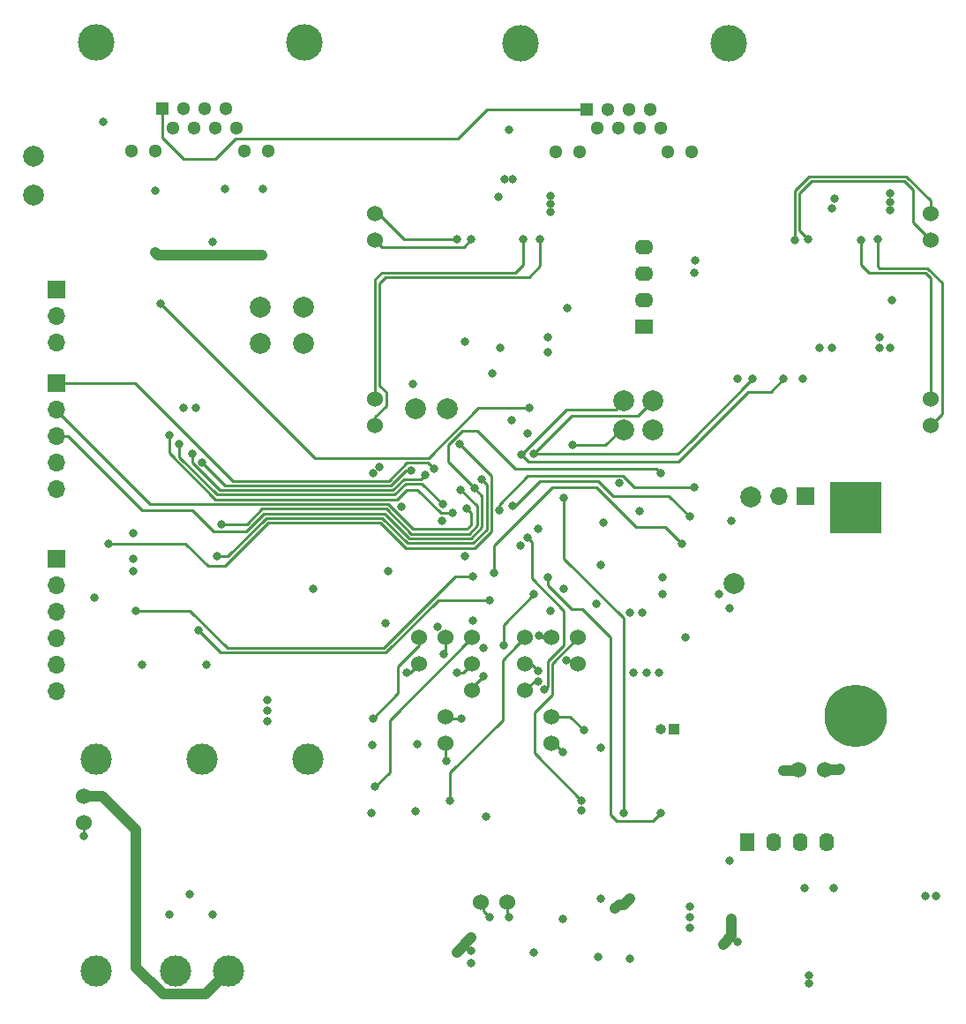
<source format=gbl>
%TF.GenerationSoftware,KiCad,Pcbnew,5.1.7-a382d34a8~88~ubuntu20.04.1*%
%TF.CreationDate,2021-05-21T21:27:29+02:00*%
%TF.ProjectId,Shield_Nucleo,53686965-6c64-45f4-9e75-636c656f2e6b,rev?*%
%TF.SameCoordinates,Original*%
%TF.FileFunction,Copper,L4,Bot*%
%TF.FilePolarity,Positive*%
%FSLAX46Y46*%
G04 Gerber Fmt 4.6, Leading zero omitted, Abs format (unit mm)*
G04 Created by KiCad (PCBNEW 5.1.7-a382d34a8~88~ubuntu20.04.1) date 2021-05-21 21:27:29*
%MOMM*%
%LPD*%
G01*
G04 APERTURE LIST*
%TA.AperFunction,ComponentPad*%
%ADD10O,1.700000X1.700000*%
%TD*%
%TA.AperFunction,ComponentPad*%
%ADD11R,1.700000X1.700000*%
%TD*%
%TA.AperFunction,ComponentPad*%
%ADD12R,1.800000X1.400000*%
%TD*%
%TA.AperFunction,ComponentPad*%
%ADD13O,1.800000X1.400000*%
%TD*%
%TA.AperFunction,ComponentPad*%
%ADD14R,1.400000X1.800000*%
%TD*%
%TA.AperFunction,ComponentPad*%
%ADD15O,1.400000X1.800000*%
%TD*%
%TA.AperFunction,ComponentPad*%
%ADD16C,2.000000*%
%TD*%
%TA.AperFunction,SMDPad,CuDef*%
%ADD17C,1.524000*%
%TD*%
%TA.AperFunction,ComponentPad*%
%ADD18O,1.000000X1.000000*%
%TD*%
%TA.AperFunction,ComponentPad*%
%ADD19R,1.000000X1.000000*%
%TD*%
%TA.AperFunction,ComponentPad*%
%ADD20C,1.300000*%
%TD*%
%TA.AperFunction,ComponentPad*%
%ADD21C,3.500000*%
%TD*%
%TA.AperFunction,ComponentPad*%
%ADD22R,1.300000X1.300000*%
%TD*%
%TA.AperFunction,ComponentPad*%
%ADD23C,3.000000*%
%TD*%
%TA.AperFunction,ComponentPad*%
%ADD24C,6.000000*%
%TD*%
%TA.AperFunction,ComponentPad*%
%ADD25R,5.000000X5.000000*%
%TD*%
%TA.AperFunction,ViaPad*%
%ADD26C,0.800000*%
%TD*%
%TA.AperFunction,Conductor*%
%ADD27C,0.250000*%
%TD*%
%TA.AperFunction,Conductor*%
%ADD28C,1.000000*%
%TD*%
G04 APERTURE END LIST*
D10*
%TO.P,J5,5*%
%TO.N,GNDD*%
X45800000Y-76960000D03*
%TO.P,J5,4*%
%TO.N,/SPI3_CS2*%
X45800000Y-74420000D03*
%TO.P,J5,3*%
%TO.N,/SPI3_SCK*%
X45800000Y-71880000D03*
%TO.P,J5,2*%
%TO.N,/SPI3_MOSI*%
X45800000Y-69340000D03*
D11*
%TO.P,J5,1*%
%TO.N,/SPI3_MISO*%
X45800000Y-66800000D03*
%TD*%
D10*
%TO.P,J4,3*%
%TO.N,/USART1_RX*%
X45800000Y-62880000D03*
%TO.P,J4,2*%
%TO.N,/USART1_TX*%
X45800000Y-60340000D03*
D11*
%TO.P,J4,1*%
%TO.N,GNDD*%
X45800000Y-57800000D03*
%TD*%
D12*
%TO.P,U9,1*%
%TO.N,GNDD*%
X102200000Y-61400000D03*
D13*
%TO.P,U9,2*%
%TO.N,+5VD*%
X102200000Y-58860000D03*
%TO.P,U9,3*%
%TO.N,GNDREF*%
X102200000Y-56320000D03*
%TO.P,U9,4*%
%TO.N,+12V*%
X102200000Y-53780000D03*
%TD*%
D14*
%TO.P,U8,1*%
%TO.N,GNDD*%
X112120000Y-110800000D03*
D15*
%TO.P,U8,2*%
%TO.N,+5VD*%
X114660000Y-110800000D03*
%TO.P,U8,3*%
%TO.N,/N*%
X117200000Y-110800000D03*
%TO.P,U8,4*%
%TO.N,+5V*%
X119740000Y-110800000D03*
%TD*%
D16*
%TO.P,TP33,1*%
%TO.N,/GND_CAN*%
X43590000Y-45000000D03*
%TD*%
%TO.P,TP32,1*%
%TO.N,/V_BUS_CAN*%
X43590000Y-48750000D03*
%TD*%
%TO.P,TP15,1*%
%TO.N,/CAN1_STB*%
X69500000Y-59500000D03*
%TD*%
%TO.P,TP14,1*%
%TO.N,/FDCAN1_RX*%
X65400000Y-63000000D03*
%TD*%
%TO.P,TP13,1*%
%TO.N,/FDCAN1_TX*%
X65400000Y-59500000D03*
%TD*%
%TO.P,TP12,1*%
%TO.N,GNDD*%
X103000000Y-71250000D03*
%TD*%
%TO.P,TP8,1*%
%TO.N,/VREF2048*%
X100250000Y-71250000D03*
%TD*%
%TO.P,TP7,1*%
%TO.N,/HRTIM1_CHB2*%
X100250000Y-68500000D03*
%TD*%
%TO.P,TP6,1*%
%TO.N,/HRTIM1_CHB1*%
X103000000Y-68500000D03*
%TD*%
%TO.P,TP5,1*%
%TO.N,/HRTIM1_CHA2*%
X83300000Y-69250000D03*
%TD*%
%TO.P,TP4,1*%
%TO.N,/HRTIM1_CHA1*%
X80250000Y-69250000D03*
%TD*%
%TO.P,TP3,1*%
%TO.N,+BATT*%
X112400000Y-77700000D03*
%TD*%
%TO.P,TP2,1*%
%TO.N,+3V3*%
X110800000Y-86000000D03*
%TD*%
%TO.P,TP1,1*%
%TO.N,GNDD*%
X69500000Y-63000000D03*
%TD*%
D17*
%TO.P,J7,11*%
%TO.N,/VI_high*%
X48420000Y-106420000D03*
%TO.P,J7,3*%
%TO.N,/PWM_L1*%
X76360000Y-68320000D03*
%TO.P,J7,1*%
%TO.N,/PWM_H1*%
X76360000Y-50540000D03*
%TO.P,J7,9*%
%TO.N,/Neutral_GND_cmd*%
X86520000Y-116580000D03*
%TO.P,J7,10*%
%TO.N,GNDREF*%
X89060000Y-116580000D03*
%TO.P,J7,12*%
X48420000Y-108960000D03*
%TO.P,J7,31*%
%TO.N,+5V*%
X119540000Y-103880000D03*
%TO.P,J7,32*%
%TO.N,/N*%
X117000000Y-103880000D03*
%TO.P,J7,2*%
%TO.N,/SW_Node1*%
X76360000Y-53080000D03*
%TO.P,J7,4*%
%TO.N,GNDREF*%
X76360000Y-70860000D03*
%TO.P,J7,8*%
X129700000Y-70860000D03*
%TO.P,J7,7*%
%TO.N,/PWM_L2*%
X129700000Y-68320000D03*
%TO.P,J7,6*%
%TO.N,/SW_Node2*%
X129700000Y-53080000D03*
%TO.P,J7,5*%
%TO.N,/PWM_H2*%
X129700000Y-50540000D03*
%TO.P,J7,14*%
%TO.N,GNDD*%
X83180000Y-101340000D03*
%TO.P,J7,13*%
%TO.N,/V1_low_op*%
X83180000Y-98800000D03*
%TO.P,J7,18*%
%TO.N,GNDD*%
X93340000Y-101340000D03*
%TO.P,J7,17*%
%TO.N,/V_high_op*%
X93340000Y-98800000D03*
%TO.P,J7,29*%
%TO.N,/VREF1024*%
X85720000Y-96260000D03*
%TO.P,J7,27*%
%TO.N,+5VD*%
X90800000Y-96260000D03*
%TO.P,J7,16*%
%TO.N,GNDD*%
X80640000Y-93720000D03*
%TO.P,J7,30*%
X85720000Y-93720000D03*
%TO.P,J7,28*%
X90800000Y-93720000D03*
%TO.P,J7,24*%
X95880000Y-93720000D03*
%TO.P,J7,15*%
%TO.N,/V2_low_op*%
X80640000Y-91180000D03*
%TO.P,J7,20*%
%TO.N,GNDD*%
X83180000Y-91180000D03*
%TO.P,J7,19*%
%TO.N,/I1_low_op*%
X85720000Y-91180000D03*
%TO.P,J7,21*%
%TO.N,/I2_low_op*%
X90800000Y-91180000D03*
%TO.P,J7,22*%
%TO.N,GNDD*%
X93340000Y-91180000D03*
%TO.P,J7,23*%
%TO.N,/I_high_op*%
X95880000Y-91180000D03*
%TD*%
D18*
%TO.P,TH1,2*%
%TO.N,GNDD*%
X103830000Y-100000000D03*
D19*
%TO.P,TH1,1*%
%TO.N,/Temp*%
X105100000Y-100000000D03*
%TD*%
D20*
%TO.P,J3,8*%
%TO.N,Net-(J3-Pad8)*%
X103812000Y-42330000D03*
D21*
%TO.P,J3,SH*%
%TO.N,GNDD*%
X110289000Y-34200000D03*
X90350000Y-34200000D03*
D20*
%TO.P,J3,12*%
%TO.N,+3V3*%
X106796500Y-44614000D03*
%TO.P,J3,10*%
%TO.N,/PWR_CAN2*%
X96001500Y-44614000D03*
%TO.P,J3,5*%
X100764000Y-40550000D03*
D22*
%TO.P,J3,1*%
%TO.N,/CAN_H*%
X96700000Y-40550000D03*
D20*
%TO.P,J3,7*%
%TO.N,/GND_CAN*%
X102796000Y-40550000D03*
%TO.P,J3,9*%
%TO.N,Net-(J3-Pad9)*%
X93715500Y-44614000D03*
%TO.P,J3,3*%
%TO.N,/GND_CAN*%
X98732000Y-40550000D03*
%TO.P,J3,11*%
%TO.N,Net-(J3-Pad11)*%
X104510500Y-44614000D03*
%TO.P,J3,2*%
%TO.N,/CAN_L*%
X97716000Y-42330000D03*
%TO.P,J3,4*%
%TO.N,/PWR_CAN2*%
X99748000Y-42330000D03*
%TO.P,J3,6*%
%TO.N,Net-(J3-Pad6)*%
X101780000Y-42330000D03*
%TD*%
%TO.P,J2,8*%
%TO.N,Net-(J2-Pad8)*%
X63112000Y-42280000D03*
D21*
%TO.P,J2,SH*%
%TO.N,GNDD*%
X69589000Y-34150000D03*
X49650000Y-34150000D03*
D20*
%TO.P,J2,12*%
%TO.N,+3V3*%
X66096500Y-44564000D03*
%TO.P,J2,10*%
%TO.N,/PWR_CAN1*%
X55301500Y-44564000D03*
%TO.P,J2,5*%
X60064000Y-40500000D03*
D22*
%TO.P,J2,1*%
%TO.N,/CAN_H*%
X56000000Y-40500000D03*
D20*
%TO.P,J2,7*%
%TO.N,/GND_CAN*%
X62096000Y-40500000D03*
%TO.P,J2,9*%
%TO.N,Net-(J2-Pad9)*%
X53015500Y-44564000D03*
%TO.P,J2,3*%
%TO.N,/GND_CAN*%
X58032000Y-40500000D03*
%TO.P,J2,11*%
%TO.N,Net-(J2-Pad11)*%
X63810500Y-44564000D03*
%TO.P,J2,2*%
%TO.N,/CAN_L*%
X57016000Y-42280000D03*
%TO.P,J2,4*%
%TO.N,/PWR_CAN1*%
X59048000Y-42280000D03*
%TO.P,J2,6*%
%TO.N,Net-(J2-Pad6)*%
X61080000Y-42280000D03*
%TD*%
D10*
%TO.P,SWD1,6*%
%TO.N,/SWO*%
X45800000Y-96300000D03*
%TO.P,SWD1,5*%
%TO.N,/NRST*%
X45800000Y-93760000D03*
%TO.P,SWD1,4*%
%TO.N,/SWDIO*%
X45800000Y-91220000D03*
%TO.P,SWD1,3*%
%TO.N,GNDD*%
X45800000Y-88680000D03*
%TO.P,SWD1,2*%
%TO.N,/SWCLK*%
X45800000Y-86140000D03*
D11*
%TO.P,SWD1,1*%
%TO.N,+3V3*%
X45800000Y-83600000D03*
%TD*%
D23*
%TO.P,PS4,5*%
%TO.N,N/C*%
X59800000Y-102900000D03*
%TO.P,PS4,1*%
X49640000Y-123220000D03*
%TO.P,PS4,4*%
%TO.N,+5VD*%
X69960000Y-102900000D03*
%TO.P,PS4,6*%
%TO.N,GNDD*%
X49640000Y-102900000D03*
%TO.P,PS4,3*%
%TO.N,/VI_high*%
X62340000Y-123220000D03*
%TO.P,PS4,2*%
%TO.N,GNDREF*%
X57260000Y-123220000D03*
%TD*%
D24*
%TO.P,BT1,2*%
%TO.N,GNDD*%
X122505000Y-98749000D03*
D25*
%TO.P,BT1,1*%
%TO.N,Net-(BT1-Pad1)*%
X122505000Y-78749000D03*
%TD*%
D10*
%TO.P,JP2,2*%
%TO.N,+BATT*%
X115165000Y-77649000D03*
D11*
%TO.P,JP2,1*%
%TO.N,Net-(BT1-Pad1)*%
X117705000Y-77649000D03*
%TD*%
D26*
%TO.N,+BATT*%
X85000000Y-83387240D03*
%TO.N,GNDD*%
X125800000Y-63400000D03*
X90300000Y-82400000D03*
X94500000Y-86500000D03*
X91000000Y-71600000D03*
X80400000Y-101400000D03*
X76100000Y-101500000D03*
X76000000Y-108000000D03*
X80262662Y-107837342D03*
X98000004Y-84200000D03*
X58000000Y-69200006D03*
X49400000Y-87400000D03*
X54000000Y-93800000D03*
X60200000Y-93800000D03*
X93000000Y-63800000D03*
X87000000Y-108400000D03*
X120200000Y-63400000D03*
X76800000Y-74800000D03*
X101800000Y-79100000D03*
X82800000Y-80003814D03*
X66000000Y-97200000D03*
X66000000Y-99200000D03*
X66000000Y-98200000D03*
X83200000Y-103000000D03*
X84200000Y-94600000D03*
X83000000Y-92800000D03*
X79400000Y-94600000D03*
X86800000Y-92200000D03*
X94725010Y-93399982D03*
X92146948Y-90977957D03*
X53200000Y-83600000D03*
X53200000Y-84800000D03*
X88400000Y-63400000D03*
X117400000Y-66400000D03*
X111200000Y-66400000D03*
X94400000Y-102200000D03*
X93200000Y-88600000D03*
X110600000Y-80000000D03*
X104000000Y-87000000D03*
X102000000Y-88800000D03*
X100800000Y-88800000D03*
X104000000Y-85400000D03*
X92000004Y-94400000D03*
X98000000Y-101800000D03*
X96200000Y-107800000D03*
X117600000Y-115200000D03*
X120400000Y-115200000D03*
X124800000Y-63400000D03*
X124800000Y-62400000D03*
X93000000Y-62400000D03*
X129200000Y-116000000D03*
X130200000Y-116000000D03*
X77600000Y-84800000D03*
X70400000Y-86500000D03*
X76200000Y-75424891D03*
X82400000Y-90200006D03*
X77400002Y-89800000D03*
X60749998Y-53250000D03*
X80000000Y-66900000D03*
X87600000Y-65900000D03*
X97587340Y-87987340D03*
X110400000Y-112600000D03*
%TO.N,/HRTIM1_CHB2*%
X90433989Y-73638325D03*
X115600000Y-66399994D03*
%TO.N,/HRTIM1_CHB1*%
X91600000Y-73600000D03*
X112600000Y-66400000D03*
%TO.N,/N_GND*%
X100200000Y-108050020D03*
X94524990Y-77800000D03*
%TO.N,/SPI3_MOSI*%
X107000000Y-76800000D03*
X88275043Y-79000000D03*
X85200000Y-78800000D03*
%TO.N,/CAN1_STB*%
X92000000Y-80800000D03*
X91200000Y-69200000D03*
X55800000Y-59200000D03*
%TO.N,/FDCAN1_RX*%
X82854689Y-78429370D03*
X57600000Y-72600000D03*
%TO.N,/USART1_TX*%
X58800000Y-73600000D03*
X81176906Y-75613724D03*
%TO.N,/SPI3_MISO*%
X82000000Y-75000000D03*
X106600000Y-79600000D03*
X89600000Y-78600000D03*
%TO.N,/FDCAN1_TX*%
X83792824Y-79278804D03*
X56612660Y-71787340D03*
%TO.N,/SPI3_SCK*%
X103800000Y-75400000D03*
X85952781Y-76894438D03*
%TO.N,+3V3*%
X98300000Y-80200000D03*
X59185905Y-69167382D03*
X89528249Y-70328249D03*
X99800000Y-76400000D03*
X53200000Y-81200000D03*
X110400000Y-88400000D03*
X109400000Y-87000000D03*
X106200000Y-91200000D03*
X78886897Y-78625167D03*
X85800000Y-89600008D03*
%TO.N,Net-(D1-Pad1)*%
X65500006Y-54500008D03*
X55250000Y-54250000D03*
%TO.N,/GND_CAN*%
X89200000Y-42499990D03*
X50250000Y-41750000D03*
X62000000Y-48200000D03*
%TO.N,/PWR_CAN1*%
X55301500Y-48298500D03*
%TO.N,/PWR_CAN2*%
X65600000Y-48200000D03*
%TO.N,/SPI3_CS*%
X105800000Y-82200000D03*
X87800000Y-85000000D03*
%TO.N,/USART1_RX*%
X59800000Y-74400000D03*
X79867136Y-75175021D03*
%TO.N,/N*%
X115600000Y-104000000D03*
%TO.N,+5VD*%
X101200000Y-94600000D03*
X102400000Y-94600000D03*
X103600000Y-94600000D03*
X94800000Y-59600000D03*
X119000000Y-63400000D03*
X92000054Y-95400011D03*
X126000000Y-58800000D03*
X85000000Y-62800000D03*
%TO.N,+12V*%
X94400000Y-118200000D03*
X106600000Y-118000000D03*
X106600000Y-117000000D03*
X106600000Y-119000000D03*
X88800000Y-47200000D03*
X89600000Y-47200000D03*
X88250000Y-48950000D03*
X120500000Y-49100000D03*
X120199996Y-49999993D03*
X97800000Y-121799982D03*
X100800000Y-122000006D03*
%TO.N,GNDREF*%
X93200000Y-48800000D03*
X93200000Y-50400000D03*
X93200000Y-49600000D03*
X125800000Y-49400000D03*
X125800000Y-50200000D03*
X91600000Y-121400000D03*
X85600000Y-121200000D03*
X85600000Y-120000000D03*
X85600000Y-122400000D03*
X100800000Y-116200000D03*
X98000000Y-116200000D03*
X92230000Y-53000000D03*
X125800000Y-48600000D03*
X124660000Y-53000000D03*
X48400000Y-110200000D03*
X89200000Y-118000000D03*
X111199990Y-120399918D03*
X109800030Y-120599970D03*
X107099989Y-55000008D03*
X106999996Y-56200000D03*
%TO.N,/SW_Node1*%
X85600000Y-53000000D03*
%TO.N,/SW_Node2*%
X117905000Y-53000000D03*
%TO.N,/Neutral_GND_cmd*%
X87400000Y-118000000D03*
%TO.N,/PWM_H1*%
X84200000Y-53000000D03*
%TO.N,/PWM_L1*%
X90555000Y-53000000D03*
%TO.N,/PWM_H2*%
X116635000Y-53035000D03*
%TO.N,/PWM_L2*%
X123029506Y-53033300D03*
%TO.N,/I1_low_op*%
X76400000Y-105500000D03*
%TO.N,/V1_low_op*%
X84700000Y-99000000D03*
%TO.N,/I2_low_op*%
X83600000Y-106800000D03*
%TO.N,/V2_low_op*%
X76200000Y-99000000D03*
%TO.N,/I_high_op*%
X96200000Y-106800000D03*
%TO.N,/V_high_op*%
X96400000Y-100100000D03*
%TO.N,/STLINK_TX*%
X87400000Y-87600000D03*
X59400000Y-90525010D03*
%TO.N,/STLINK_RX*%
X85800000Y-85300000D03*
X53400000Y-88600000D03*
%TO.N,/SWO*%
X61636015Y-80325010D03*
X84600000Y-77000000D03*
%TO.N,/SWCLK*%
X61200000Y-83400000D03*
X86600000Y-76000000D03*
%TO.N,/SWDIO*%
X50800000Y-82200000D03*
X84532515Y-72629215D03*
%TO.N,+5V*%
X121000000Y-103800000D03*
%TO.N,/Temp_mcu*%
X93000000Y-85400000D03*
X103800000Y-108000000D03*
%TO.N,/VREF1024*%
X86800000Y-94900000D03*
%TO.N,/DAC2*%
X88700000Y-91900000D03*
X91634627Y-87014570D03*
%TO.N,/VREF2048*%
X91000000Y-81600000D03*
X92600032Y-96200043D03*
X95350005Y-72750006D03*
%TO.N,/+12VD*%
X60800000Y-117800000D03*
X58600000Y-115800000D03*
X56600000Y-117800000D03*
X118000000Y-124400000D03*
X118000000Y-123600000D03*
%TD*%
D27*
%TO.N,GNDD*%
X83180000Y-102980000D02*
X83200000Y-103000000D01*
X83180000Y-101340000D02*
X83180000Y-102980000D01*
X85720000Y-93720000D02*
X84840000Y-94600000D01*
X84840000Y-94600000D02*
X84200000Y-94600000D01*
X83180000Y-92620000D02*
X83000000Y-92800000D01*
X83180000Y-91180000D02*
X83180000Y-92620000D01*
X80640000Y-93720000D02*
X79760000Y-94600000D01*
X79760000Y-94600000D02*
X79400000Y-94600000D01*
X95880000Y-93720000D02*
X95559982Y-93399982D01*
X95559982Y-93399982D02*
X94725010Y-93399982D01*
X93340000Y-91180000D02*
X92348991Y-91180000D01*
X92348991Y-91180000D02*
X92146948Y-90977957D01*
X93540000Y-101340000D02*
X94400000Y-102200000D01*
X93340000Y-101340000D02*
X93540000Y-101340000D01*
X90800000Y-93720000D02*
X91320004Y-93720000D01*
X91320004Y-93720000D02*
X92000004Y-94400000D01*
%TO.N,/HRTIM1_CHB2*%
X114399994Y-67600000D02*
X115600000Y-66399994D01*
X105474999Y-74325001D02*
X112200000Y-67600000D01*
X112200000Y-67600000D02*
X114399994Y-67600000D01*
X91120665Y-74325001D02*
X105474999Y-74325001D01*
X90433989Y-73638325D02*
X91120665Y-74325001D01*
X94772314Y-69300000D02*
X99450000Y-69300000D01*
X99450000Y-69300000D02*
X100250000Y-68500000D01*
X90433989Y-73638325D02*
X94772314Y-69300000D01*
%TO.N,/HRTIM1_CHB1*%
X112200001Y-66799999D02*
X112600000Y-66400000D01*
X94877007Y-73600004D02*
X95573009Y-73600004D01*
X91600000Y-73600000D02*
X94877003Y-73600000D01*
X94877003Y-73600000D02*
X94877007Y-73600004D01*
X95573011Y-73600002D02*
X105399998Y-73600002D01*
X95573009Y-73600004D02*
X95573011Y-73600002D01*
X105399998Y-73600002D02*
X106650000Y-72350000D01*
X106650000Y-72350000D02*
X112200001Y-66799999D01*
X101575001Y-69924999D02*
X103000000Y-68500000D01*
X95275001Y-69924999D02*
X101575001Y-69924999D01*
X91600000Y-73600000D02*
X95275001Y-69924999D01*
%TO.N,/N_GND*%
X94524990Y-83597992D02*
X94524990Y-77800000D01*
X100200000Y-89273002D02*
X94524990Y-83597992D01*
X100200000Y-108050020D02*
X100200000Y-89273002D01*
%TO.N,/SPI3_MOSI*%
X100148001Y-75674999D02*
X91034359Y-75674999D01*
X107000000Y-76800000D02*
X101273002Y-76800000D01*
X101273002Y-76800000D02*
X100148001Y-75674999D01*
X91034359Y-75674999D02*
X88275043Y-78434315D01*
X88275043Y-78434315D02*
X88275043Y-79000000D01*
X85599999Y-79199999D02*
X85200000Y-78800000D01*
X85599999Y-80400001D02*
X85599999Y-79199999D01*
X85200000Y-80800000D02*
X85599999Y-80400001D01*
X80036410Y-80800000D02*
X85200000Y-80800000D01*
X77636366Y-78399956D02*
X80036410Y-80800000D01*
X54759956Y-78399956D02*
X77636366Y-78399956D01*
X45700000Y-69340000D02*
X54759956Y-78399956D01*
%TO.N,/CAN1_STB*%
X70600000Y-74000000D02*
X56199999Y-59599999D01*
X81500000Y-74000000D02*
X70600000Y-74000000D01*
X86300000Y-69200000D02*
X81500000Y-74000000D01*
X91200000Y-69200000D02*
X86300000Y-69200000D01*
X56199999Y-59599999D02*
X55800000Y-59200000D01*
%TO.N,/FDCAN1_RX*%
X57600000Y-73863170D02*
X57600000Y-72600000D01*
X61236764Y-77499934D02*
X57600000Y-73863170D01*
X82854689Y-78429370D02*
X80875330Y-76450011D01*
X79313579Y-76450011D02*
X78263656Y-77499934D01*
X80875330Y-76450011D02*
X79313579Y-76450011D01*
X78263656Y-77499934D02*
X61236764Y-77499934D01*
%TO.N,/USART1_TX*%
X79127179Y-76000000D02*
X80790630Y-76000000D01*
X78077256Y-77049923D02*
X79127179Y-76000000D01*
X61423164Y-77049923D02*
X78077256Y-77049923D01*
X58800000Y-74426759D02*
X61423164Y-77049923D01*
X58800000Y-73600000D02*
X58800000Y-74426759D01*
X80790630Y-76000000D02*
X81176906Y-75613724D01*
%TO.N,/SPI3_MISO*%
X89800000Y-78600000D02*
X89600000Y-78600000D01*
X92200000Y-76200000D02*
X89800000Y-78600000D01*
X97800000Y-76200000D02*
X92200000Y-76200000D01*
X99200000Y-77600000D02*
X97800000Y-76200000D01*
X104600000Y-77600000D02*
X99200000Y-77600000D01*
X106600000Y-79600000D02*
X104600000Y-77600000D01*
X53363589Y-66800000D02*
X45700000Y-66800000D01*
X62713490Y-76149901D02*
X53363589Y-66800000D01*
X79386399Y-74450011D02*
X77686509Y-76149901D01*
X81450011Y-74450011D02*
X79386399Y-74450011D01*
X77686509Y-76149901D02*
X62713490Y-76149901D01*
X82000000Y-75000000D02*
X81450011Y-74450011D01*
%TO.N,/FDCAN1_TX*%
X56612660Y-73512241D02*
X56612660Y-71787340D01*
X78450055Y-77949945D02*
X61050364Y-77949945D01*
X80400000Y-77000000D02*
X79400000Y-77000000D01*
X83792824Y-79278804D02*
X82678804Y-79278804D01*
X61050364Y-77949945D02*
X56612660Y-73512241D01*
X79400000Y-77000000D02*
X78450055Y-77949945D01*
X82678804Y-79278804D02*
X80400000Y-77000000D01*
%TO.N,/SPI3_SCK*%
X89800001Y-75000001D02*
X86200000Y-71400000D01*
X83400000Y-72736410D02*
X83400000Y-74341657D01*
X83400000Y-74341657D02*
X85952781Y-76894438D01*
X103800000Y-75400000D02*
X103400001Y-75000001D01*
X84736410Y-71400000D02*
X83400000Y-72736410D01*
X86200000Y-71400000D02*
X84736410Y-71400000D01*
X103400001Y-75000001D02*
X89800001Y-75000001D01*
X86650011Y-77591668D02*
X85952781Y-76894438D01*
X86650011Y-80622811D02*
X86650011Y-77591668D01*
X85572800Y-81700022D02*
X86650011Y-80622811D01*
X79663610Y-81700022D02*
X85572800Y-81700022D01*
X77263566Y-79299978D02*
X79663610Y-81700022D01*
X65727200Y-79299978D02*
X77263566Y-79299978D01*
X60850012Y-81050012D02*
X63977166Y-81050012D01*
X58800000Y-79000000D02*
X60850012Y-81050012D01*
X54000000Y-79000000D02*
X58800000Y-79000000D01*
X63977166Y-81050012D02*
X65727200Y-79299978D01*
X46880000Y-71880000D02*
X54000000Y-79000000D01*
X45700000Y-71880000D02*
X46880000Y-71880000D01*
D28*
%TO.N,Net-(D1-Pad1)*%
X65500006Y-54500008D02*
X55500008Y-54500008D01*
X55500008Y-54500008D02*
X55250000Y-54250000D01*
D27*
%TO.N,/CAN_H*%
X55940999Y-40559001D02*
X55940999Y-43259001D01*
X56000000Y-40500000D02*
X55940999Y-40559001D01*
X55940999Y-43259001D02*
X57981998Y-45300000D01*
X57981998Y-45300000D02*
X61000000Y-45300000D01*
X62944999Y-43355001D02*
X84344999Y-43355001D01*
X61000000Y-45300000D02*
X62944999Y-43355001D01*
X87150000Y-40550000D02*
X96700000Y-40550000D01*
X84344999Y-43355001D02*
X87150000Y-40550000D01*
%TO.N,/SPI3_CS*%
X104200000Y-80600000D02*
X105800000Y-82200000D01*
X101400000Y-80600000D02*
X104200000Y-80600000D01*
X98200000Y-77400000D02*
X101400000Y-80600000D01*
X98200000Y-77400000D02*
X97600000Y-76800000D01*
X97600000Y-76800000D02*
X93400000Y-76800000D01*
X93400000Y-76800000D02*
X87800000Y-82400000D01*
X87800000Y-82400000D02*
X87800000Y-85000000D01*
%TO.N,/USART1_RX*%
X77876560Y-76599912D02*
X79301451Y-75175021D01*
X61999912Y-76599912D02*
X77876560Y-76599912D01*
X59800000Y-74400000D02*
X61999912Y-76599912D01*
X79301451Y-75175021D02*
X79867136Y-75175021D01*
D28*
%TO.N,/N*%
X116880000Y-104000000D02*
X117000000Y-103880000D01*
X115600000Y-104000000D02*
X116880000Y-104000000D01*
D27*
%TO.N,+5VD*%
X91659989Y-95400011D02*
X92000054Y-95400011D01*
X90800000Y-96260000D02*
X91659989Y-95400011D01*
D28*
%TO.N,GNDREF*%
X85600000Y-120000000D02*
X84200000Y-121400000D01*
X100800000Y-116200000D02*
X100200000Y-116800000D01*
X100200000Y-116800000D02*
X99800000Y-116800000D01*
X99800000Y-116800000D02*
X99400000Y-117200000D01*
D27*
X76360000Y-70040000D02*
X76360000Y-70860000D01*
X77447001Y-68952999D02*
X76360000Y-70040000D01*
X76810010Y-67010010D02*
X77447001Y-67647001D01*
X76810010Y-57189990D02*
X76810010Y-67010010D01*
X91149990Y-56650010D02*
X77349990Y-56650010D01*
X92230000Y-55570000D02*
X91149990Y-56650010D01*
X77447001Y-67647001D02*
X77447001Y-68952999D01*
X77349990Y-56650010D02*
X76810010Y-57189990D01*
X92230000Y-53000000D02*
X92230000Y-55570000D01*
X124660000Y-53000000D02*
X124660000Y-55609990D01*
X130787001Y-69772999D02*
X129700000Y-70860000D01*
X130787001Y-57150591D02*
X130787001Y-69772999D01*
X129386401Y-55749991D02*
X130787001Y-57150591D01*
X124800000Y-55749990D02*
X129386401Y-55749991D01*
X124660000Y-55609990D02*
X124800000Y-55749990D01*
X48420000Y-108960000D02*
X48420000Y-109980000D01*
X48400000Y-110000000D02*
X48400000Y-110200000D01*
X48420000Y-109980000D02*
X48400000Y-110000000D01*
X89060000Y-117860000D02*
X89200000Y-118000000D01*
X89060000Y-116580000D02*
X89060000Y-117860000D01*
D28*
X110600000Y-118200000D02*
X110600000Y-119800000D01*
X110600000Y-119800000D02*
X109800030Y-120599970D01*
%TO.N,/VI_high*%
X60139999Y-125420001D02*
X62340000Y-123220000D01*
X56020001Y-125420001D02*
X60139999Y-125420001D01*
X53400000Y-109600000D02*
X53400000Y-122800000D01*
X53400000Y-122800000D02*
X56020001Y-125420001D01*
X50220000Y-106420000D02*
X53400000Y-109600000D01*
X48420000Y-106420000D02*
X50220000Y-106420000D01*
D27*
%TO.N,/SW_Node1*%
X77005001Y-53725001D02*
X76360000Y-53080000D01*
X84874999Y-53725001D02*
X77005001Y-53725001D01*
X85600000Y-53000000D02*
X84874999Y-53725001D01*
%TO.N,/SW_Node2*%
X127163590Y-47400000D02*
X128000000Y-48236410D01*
X118236410Y-47400000D02*
X127163590Y-47400000D01*
X117085010Y-48551400D02*
X118236410Y-47400000D01*
X128000000Y-51380000D02*
X129700000Y-53080000D01*
X128000000Y-48236410D02*
X128000000Y-51380000D01*
X117085010Y-52180010D02*
X117085010Y-48551400D01*
X117905000Y-53000000D02*
X117085010Y-52180010D01*
%TO.N,/Neutral_GND_cmd*%
X86800000Y-116860000D02*
X86800000Y-117400000D01*
X86800000Y-117400000D02*
X87400000Y-118000000D01*
X86520000Y-116580000D02*
X86800000Y-116860000D01*
%TO.N,/PWM_H1*%
X76740000Y-50540000D02*
X76360000Y-50540000D01*
X79200000Y-53000000D02*
X76740000Y-50540000D01*
X84200000Y-53000000D02*
X79200000Y-53000000D01*
%TO.N,/PWM_L1*%
X77000000Y-56200000D02*
X76360000Y-56840000D01*
X76360000Y-56840000D02*
X76360000Y-68320000D01*
X89800000Y-56200000D02*
X77000000Y-56200000D01*
X90555000Y-55445000D02*
X89800000Y-56200000D01*
X90555000Y-53045000D02*
X90555000Y-55445000D01*
%TO.N,/PWM_H2*%
X129700000Y-49300000D02*
X129700000Y-50540000D01*
X127349989Y-46949989D02*
X129700000Y-49300000D01*
X118050010Y-46949989D02*
X127349989Y-46949989D01*
X116634999Y-48365000D02*
X118050010Y-46949989D01*
X116635000Y-53035000D02*
X116634999Y-48365000D01*
%TO.N,/PWM_L2*%
X123029506Y-53033300D02*
X123029506Y-55429506D01*
X123029506Y-55429506D02*
X123800000Y-56200000D01*
X123800000Y-56200000D02*
X129200000Y-56200000D01*
X129700000Y-56700000D02*
X129700000Y-68320000D01*
X129200000Y-56200000D02*
X129700000Y-56700000D01*
%TO.N,/I1_low_op*%
X77800000Y-104100000D02*
X76400000Y-105500000D01*
X77800000Y-99100000D02*
X77800000Y-104100000D01*
X85720000Y-91180000D02*
X77800000Y-99100000D01*
%TO.N,/V1_low_op*%
X83380000Y-99000000D02*
X83180000Y-98800000D01*
X84700000Y-99000000D02*
X83380000Y-99000000D01*
%TO.N,/I2_low_op*%
X90038001Y-91941999D02*
X90800000Y-91180000D01*
X83600000Y-104150000D02*
X88600000Y-99150000D01*
X88600000Y-93380000D02*
X90038001Y-91941999D01*
X88600000Y-99150000D02*
X88600000Y-93380000D01*
X83600000Y-106800000D02*
X83600000Y-104150000D01*
%TO.N,/V2_low_op*%
X76200000Y-98950000D02*
X76200000Y-99000000D01*
X80640000Y-91960000D02*
X78600000Y-94000000D01*
X78600000Y-96550000D02*
X76200000Y-98950000D01*
X78600000Y-94000000D02*
X78600000Y-96550000D01*
X80640000Y-91180000D02*
X80640000Y-91960000D01*
%TO.N,/I_high_op*%
X93375013Y-96697991D02*
X93375013Y-93684987D01*
X96200000Y-106800000D02*
X91700000Y-102300000D01*
X91700000Y-98373004D02*
X93375013Y-96697991D01*
X91700000Y-102300000D02*
X91700000Y-98373004D01*
X93375013Y-93684987D02*
X95880000Y-91180000D01*
%TO.N,/V_high_op*%
X95100000Y-98800000D02*
X93340000Y-98800000D01*
X96400000Y-100100000D02*
X95100000Y-98800000D01*
%TO.N,/STLINK_TX*%
X87400000Y-87600000D02*
X82436410Y-87600000D01*
X61525001Y-92650011D02*
X59400000Y-90525010D01*
X82436410Y-87600000D02*
X77386400Y-92650011D01*
X77386400Y-92650011D02*
X61525001Y-92650011D01*
%TO.N,/STLINK_RX*%
X62200000Y-92200000D02*
X58600000Y-88600000D01*
X77200000Y-92200000D02*
X62200000Y-92200000D01*
X84100000Y-85300000D02*
X77200000Y-92200000D01*
X58600000Y-88600000D02*
X53965685Y-88600000D01*
X85800000Y-85300000D02*
X84100000Y-85300000D01*
X53965685Y-88600000D02*
X53400000Y-88600000D01*
%TO.N,/SWO*%
X77449966Y-78849967D02*
X79850010Y-81250011D01*
X86200000Y-80436411D02*
X86200000Y-78600000D01*
X61636015Y-80325010D02*
X64065757Y-80325010D01*
X79850010Y-81250011D02*
X85386400Y-81250011D01*
X86200000Y-78600000D02*
X84600000Y-77000000D01*
X64065757Y-80325010D02*
X65540800Y-78849967D01*
X65540800Y-78849967D02*
X77449966Y-78849967D01*
X85386400Y-81250011D02*
X86200000Y-80436411D01*
%TO.N,/SWCLK*%
X79477210Y-82150033D02*
X85759200Y-82150033D01*
X87100022Y-76500022D02*
X86600000Y-76000000D01*
X87100022Y-80809211D02*
X87100022Y-76500022D01*
X85759200Y-82150033D02*
X87100022Y-80809211D01*
X65913600Y-79749989D02*
X77077166Y-79749989D01*
X61200000Y-83400000D02*
X62263589Y-83400000D01*
X62263589Y-83400000D02*
X65913600Y-79749989D01*
X77077166Y-79749989D02*
X79477210Y-82150033D01*
%TO.N,/SWDIO*%
X58200000Y-82200000D02*
X60324999Y-84324999D01*
X79290810Y-82600044D02*
X85945600Y-82600044D01*
X87550033Y-80995611D02*
X87550033Y-75646733D01*
X61975001Y-84324999D02*
X66100000Y-80200000D01*
X50800000Y-82200000D02*
X58200000Y-82200000D01*
X66100000Y-80200000D02*
X76890766Y-80200000D01*
X76890766Y-80200000D02*
X79290810Y-82600044D01*
X60324999Y-84324999D02*
X61975001Y-84324999D01*
X85945600Y-82600044D02*
X87550033Y-80995611D01*
X87550033Y-75646733D02*
X84532515Y-72629215D01*
D28*
%TO.N,+5V*%
X120920000Y-103880000D02*
X121000000Y-103800000D01*
X119540000Y-103880000D02*
X120920000Y-103880000D01*
D27*
%TO.N,/Temp_mcu*%
X103000000Y-108800000D02*
X103800000Y-108000000D01*
X99600000Y-108800000D02*
X103000000Y-108800000D01*
X99000000Y-91200000D02*
X99000000Y-108200000D01*
X96265598Y-88465598D02*
X99000000Y-91200000D01*
X95265598Y-88465598D02*
X96265598Y-88465598D01*
X93000000Y-86200000D02*
X95265598Y-88465598D01*
X99000000Y-108200000D02*
X99600000Y-108800000D01*
X93000000Y-85400000D02*
X93000000Y-86200000D01*
%TO.N,/VREF1024*%
X85720000Y-95980000D02*
X85720000Y-96260000D01*
X86800000Y-94900000D02*
X85720000Y-95980000D01*
%TO.N,/DAC2*%
X88700000Y-91900000D02*
X88700000Y-89949197D01*
X88700000Y-89949197D02*
X91634627Y-87014570D01*
%TO.N,/VREF2048*%
X91399999Y-85526997D02*
X94525001Y-88651999D01*
X91399999Y-81999999D02*
X91399999Y-85526997D01*
X91000000Y-81600000D02*
X91399999Y-81999999D01*
X92925002Y-93498588D02*
X92925002Y-95875073D01*
X94525001Y-91898589D02*
X92925002Y-93498588D01*
X92925002Y-95875073D02*
X92600032Y-96200043D01*
X94525001Y-88651999D02*
X94525001Y-91898589D01*
X95915690Y-72750006D02*
X95350005Y-72750006D01*
X98499994Y-72750006D02*
X95915690Y-72750006D01*
X100000000Y-71250000D02*
X98499994Y-72750006D01*
%TD*%
M02*

</source>
